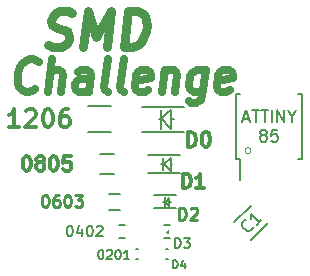
<source format=gto>
G04 #@! TF.FileFunction,Legend,Top*
%FSLAX46Y46*%
G04 Gerber Fmt 4.6, Leading zero omitted, Abs format (unit mm)*
G04 Created by KiCad (PCBNEW 4.0.7) date 01/16/18 07:36:33*
%MOMM*%
%LPD*%
G01*
G04 APERTURE LIST*
%ADD10C,0.100000*%
%ADD11C,0.150000*%
%ADD12C,0.650000*%
%ADD13C,0.750000*%
%ADD14C,0.200000*%
%ADD15C,0.250000*%
%ADD16C,0.300000*%
%ADD17C,0.175000*%
%ADD18C,0.312500*%
G04 APERTURE END LIST*
D10*
D11*
X202646643Y-103151214D02*
X202719215Y-103151214D01*
X202791786Y-103187500D01*
X202828072Y-103223786D01*
X202864358Y-103296357D01*
X202900643Y-103441500D01*
X202900643Y-103622929D01*
X202864358Y-103768071D01*
X202828072Y-103840643D01*
X202791786Y-103876929D01*
X202719215Y-103913214D01*
X202646643Y-103913214D01*
X202574072Y-103876929D01*
X202537786Y-103840643D01*
X202501501Y-103768071D01*
X202465215Y-103622929D01*
X202465215Y-103441500D01*
X202501501Y-103296357D01*
X202537786Y-103223786D01*
X202574072Y-103187500D01*
X202646643Y-103151214D01*
X203190929Y-103223786D02*
X203227215Y-103187500D01*
X203299786Y-103151214D01*
X203481215Y-103151214D01*
X203553786Y-103187500D01*
X203590072Y-103223786D01*
X203626357Y-103296357D01*
X203626357Y-103368929D01*
X203590072Y-103477786D01*
X203154643Y-103913214D01*
X203626357Y-103913214D01*
X204098071Y-103151214D02*
X204170643Y-103151214D01*
X204243214Y-103187500D01*
X204279500Y-103223786D01*
X204315786Y-103296357D01*
X204352071Y-103441500D01*
X204352071Y-103622929D01*
X204315786Y-103768071D01*
X204279500Y-103840643D01*
X204243214Y-103876929D01*
X204170643Y-103913214D01*
X204098071Y-103913214D01*
X204025500Y-103876929D01*
X203989214Y-103840643D01*
X203952929Y-103768071D01*
X203916643Y-103622929D01*
X203916643Y-103441500D01*
X203952929Y-103296357D01*
X203989214Y-103223786D01*
X204025500Y-103187500D01*
X204098071Y-103151214D01*
X205077785Y-103913214D02*
X204642357Y-103913214D01*
X204860071Y-103913214D02*
X204860071Y-103151214D01*
X204787500Y-103260071D01*
X204714928Y-103332643D01*
X204642357Y-103368929D01*
D12*
X197120131Y-89501143D02*
X196979952Y-89632095D01*
X196592155Y-89763048D01*
X196344536Y-89763048D01*
X195989476Y-89632095D01*
X195774595Y-89370190D01*
X195683524Y-89108286D01*
X195625191Y-88584476D01*
X195674298Y-88191619D01*
X195863584Y-87667810D01*
X196020131Y-87405905D01*
X196300488Y-87144000D01*
X196688286Y-87013048D01*
X196935905Y-87013048D01*
X197290964Y-87144000D01*
X197398405Y-87274952D01*
X198201679Y-89763048D02*
X198545429Y-87013048D01*
X199315964Y-89763048D02*
X199496024Y-88322571D01*
X199404953Y-88060667D01*
X199173703Y-87929714D01*
X198802274Y-87929714D01*
X198538286Y-88060667D01*
X198398108Y-88191619D01*
X201668345Y-89763048D02*
X201848405Y-88322571D01*
X201757334Y-88060667D01*
X201526084Y-87929714D01*
X201030846Y-87929714D01*
X200766858Y-88060667D01*
X201684714Y-89632095D02*
X201420726Y-89763048D01*
X200801679Y-89763048D01*
X200570429Y-89632095D01*
X200479357Y-89370190D01*
X200512095Y-89108286D01*
X200668643Y-88846381D01*
X200932631Y-88715429D01*
X201551678Y-88715429D01*
X201815667Y-88584476D01*
X203277869Y-89763048D02*
X203046619Y-89632095D01*
X202955548Y-89370190D01*
X203250191Y-87013048D01*
X204639774Y-89763048D02*
X204408524Y-89632095D01*
X204317453Y-89370190D01*
X204612096Y-87013048D01*
X206637096Y-89632095D02*
X206373108Y-89763048D01*
X205877870Y-89763048D01*
X205646620Y-89632095D01*
X205555548Y-89370190D01*
X205686501Y-88322571D01*
X205843049Y-88060667D01*
X206107037Y-87929714D01*
X206602275Y-87929714D01*
X206833525Y-88060667D01*
X206924596Y-88322571D01*
X206891858Y-88584476D01*
X205621024Y-88846381D01*
X208087989Y-87929714D02*
X207858822Y-89763048D01*
X208055251Y-88191619D02*
X208195429Y-88060667D01*
X208459417Y-87929714D01*
X208830846Y-87929714D01*
X209062096Y-88060667D01*
X209153167Y-88322571D01*
X208973107Y-89763048D01*
X211554655Y-87929714D02*
X211276381Y-90155905D01*
X211119834Y-90417810D01*
X210979655Y-90548762D01*
X210715667Y-90679714D01*
X210344239Y-90679714D01*
X210112989Y-90548762D01*
X211341857Y-89632095D02*
X211077869Y-89763048D01*
X210582631Y-89763048D01*
X210351381Y-89632095D01*
X210243941Y-89501143D01*
X210152869Y-89239238D01*
X210251084Y-88453524D01*
X210407632Y-88191619D01*
X210547810Y-88060667D01*
X210811798Y-87929714D01*
X211307036Y-87929714D01*
X211538286Y-88060667D01*
X213570429Y-89632095D02*
X213306441Y-89763048D01*
X212811203Y-89763048D01*
X212579953Y-89632095D01*
X212488881Y-89370190D01*
X212619834Y-88322571D01*
X212776382Y-88060667D01*
X213040370Y-87929714D01*
X213535608Y-87929714D01*
X213766858Y-88060667D01*
X213857929Y-88322571D01*
X213825191Y-88584476D01*
X212554357Y-88846381D01*
D13*
X198214786Y-85796286D02*
X198625500Y-85939143D01*
X199339786Y-85939143D01*
X199643357Y-85796286D01*
X199804071Y-85653429D01*
X199982643Y-85367714D01*
X200018357Y-85082000D01*
X199911214Y-84796286D01*
X199786214Y-84653429D01*
X199518358Y-84510571D01*
X198964786Y-84367714D01*
X198696929Y-84224857D01*
X198571929Y-84082000D01*
X198464786Y-83796286D01*
X198500501Y-83510571D01*
X198679072Y-83224857D01*
X198839786Y-83082000D01*
X199143357Y-82939143D01*
X199857643Y-82939143D01*
X200268357Y-83082000D01*
X201196929Y-85939143D02*
X201571929Y-82939143D01*
X202304072Y-85082000D01*
X203571929Y-82939143D01*
X203196929Y-85939143D01*
X204625500Y-85939143D02*
X205000500Y-82939143D01*
X205714785Y-82939143D01*
X206125500Y-83082000D01*
X206375500Y-83367714D01*
X206482642Y-83653429D01*
X206554071Y-84224857D01*
X206500499Y-84653429D01*
X206286214Y-85224857D01*
X206107643Y-85510571D01*
X205786214Y-85796286D01*
X205339785Y-85939143D01*
X204625500Y-85939143D01*
D14*
X199982666Y-101113167D02*
X200067333Y-101113167D01*
X200151999Y-101155500D01*
X200194333Y-101197833D01*
X200236666Y-101282500D01*
X200278999Y-101451833D01*
X200278999Y-101663500D01*
X200236666Y-101832833D01*
X200194333Y-101917500D01*
X200151999Y-101959833D01*
X200067333Y-102002167D01*
X199982666Y-102002167D01*
X199897999Y-101959833D01*
X199855666Y-101917500D01*
X199813333Y-101832833D01*
X199770999Y-101663500D01*
X199770999Y-101451833D01*
X199813333Y-101282500D01*
X199855666Y-101197833D01*
X199897999Y-101155500D01*
X199982666Y-101113167D01*
X201041000Y-101409500D02*
X201041000Y-102002167D01*
X200829333Y-101070833D02*
X200617666Y-101705833D01*
X201168000Y-101705833D01*
X201676000Y-101113167D02*
X201760667Y-101113167D01*
X201845333Y-101155500D01*
X201887667Y-101197833D01*
X201930000Y-101282500D01*
X201972333Y-101451833D01*
X201972333Y-101663500D01*
X201930000Y-101832833D01*
X201887667Y-101917500D01*
X201845333Y-101959833D01*
X201760667Y-102002167D01*
X201676000Y-102002167D01*
X201591333Y-101959833D01*
X201549000Y-101917500D01*
X201506667Y-101832833D01*
X201464333Y-101663500D01*
X201464333Y-101451833D01*
X201506667Y-101282500D01*
X201549000Y-101197833D01*
X201591333Y-101155500D01*
X201676000Y-101113167D01*
X202311000Y-101197833D02*
X202353334Y-101155500D01*
X202438000Y-101113167D01*
X202649667Y-101113167D01*
X202734334Y-101155500D01*
X202776667Y-101197833D01*
X202819000Y-101282500D01*
X202819000Y-101367167D01*
X202776667Y-101494167D01*
X202268667Y-102002167D01*
X202819000Y-102002167D01*
D15*
X197913809Y-98512381D02*
X198009048Y-98512381D01*
X198104286Y-98560000D01*
X198151905Y-98607619D01*
X198199524Y-98702857D01*
X198247143Y-98893333D01*
X198247143Y-99131429D01*
X198199524Y-99321905D01*
X198151905Y-99417143D01*
X198104286Y-99464762D01*
X198009048Y-99512381D01*
X197913809Y-99512381D01*
X197818571Y-99464762D01*
X197770952Y-99417143D01*
X197723333Y-99321905D01*
X197675714Y-99131429D01*
X197675714Y-98893333D01*
X197723333Y-98702857D01*
X197770952Y-98607619D01*
X197818571Y-98560000D01*
X197913809Y-98512381D01*
X199104286Y-98512381D02*
X198913809Y-98512381D01*
X198818571Y-98560000D01*
X198770952Y-98607619D01*
X198675714Y-98750476D01*
X198628095Y-98940952D01*
X198628095Y-99321905D01*
X198675714Y-99417143D01*
X198723333Y-99464762D01*
X198818571Y-99512381D01*
X199009048Y-99512381D01*
X199104286Y-99464762D01*
X199151905Y-99417143D01*
X199199524Y-99321905D01*
X199199524Y-99083810D01*
X199151905Y-98988571D01*
X199104286Y-98940952D01*
X199009048Y-98893333D01*
X198818571Y-98893333D01*
X198723333Y-98940952D01*
X198675714Y-98988571D01*
X198628095Y-99083810D01*
X199818571Y-98512381D02*
X199913810Y-98512381D01*
X200009048Y-98560000D01*
X200056667Y-98607619D01*
X200104286Y-98702857D01*
X200151905Y-98893333D01*
X200151905Y-99131429D01*
X200104286Y-99321905D01*
X200056667Y-99417143D01*
X200009048Y-99464762D01*
X199913810Y-99512381D01*
X199818571Y-99512381D01*
X199723333Y-99464762D01*
X199675714Y-99417143D01*
X199628095Y-99321905D01*
X199580476Y-99131429D01*
X199580476Y-98893333D01*
X199628095Y-98702857D01*
X199675714Y-98607619D01*
X199723333Y-98560000D01*
X199818571Y-98512381D01*
X200485238Y-98512381D02*
X201104286Y-98512381D01*
X200770952Y-98893333D01*
X200913810Y-98893333D01*
X201009048Y-98940952D01*
X201056667Y-98988571D01*
X201104286Y-99083810D01*
X201104286Y-99321905D01*
X201056667Y-99417143D01*
X201009048Y-99464762D01*
X200913810Y-99512381D01*
X200628095Y-99512381D01*
X200532857Y-99464762D01*
X200485238Y-99417143D01*
D16*
X196348572Y-95227857D02*
X196462857Y-95227857D01*
X196577143Y-95285000D01*
X196634286Y-95342143D01*
X196691429Y-95456429D01*
X196748572Y-95685000D01*
X196748572Y-95970714D01*
X196691429Y-96199286D01*
X196634286Y-96313571D01*
X196577143Y-96370714D01*
X196462857Y-96427857D01*
X196348572Y-96427857D01*
X196234286Y-96370714D01*
X196177143Y-96313571D01*
X196120000Y-96199286D01*
X196062857Y-95970714D01*
X196062857Y-95685000D01*
X196120000Y-95456429D01*
X196177143Y-95342143D01*
X196234286Y-95285000D01*
X196348572Y-95227857D01*
X197434286Y-95742143D02*
X197320000Y-95685000D01*
X197262857Y-95627857D01*
X197205714Y-95513571D01*
X197205714Y-95456429D01*
X197262857Y-95342143D01*
X197320000Y-95285000D01*
X197434286Y-95227857D01*
X197662857Y-95227857D01*
X197777143Y-95285000D01*
X197834286Y-95342143D01*
X197891429Y-95456429D01*
X197891429Y-95513571D01*
X197834286Y-95627857D01*
X197777143Y-95685000D01*
X197662857Y-95742143D01*
X197434286Y-95742143D01*
X197320000Y-95799286D01*
X197262857Y-95856429D01*
X197205714Y-95970714D01*
X197205714Y-96199286D01*
X197262857Y-96313571D01*
X197320000Y-96370714D01*
X197434286Y-96427857D01*
X197662857Y-96427857D01*
X197777143Y-96370714D01*
X197834286Y-96313571D01*
X197891429Y-96199286D01*
X197891429Y-95970714D01*
X197834286Y-95856429D01*
X197777143Y-95799286D01*
X197662857Y-95742143D01*
X198634286Y-95227857D02*
X198748571Y-95227857D01*
X198862857Y-95285000D01*
X198920000Y-95342143D01*
X198977143Y-95456429D01*
X199034286Y-95685000D01*
X199034286Y-95970714D01*
X198977143Y-96199286D01*
X198920000Y-96313571D01*
X198862857Y-96370714D01*
X198748571Y-96427857D01*
X198634286Y-96427857D01*
X198520000Y-96370714D01*
X198462857Y-96313571D01*
X198405714Y-96199286D01*
X198348571Y-95970714D01*
X198348571Y-95685000D01*
X198405714Y-95456429D01*
X198462857Y-95342143D01*
X198520000Y-95285000D01*
X198634286Y-95227857D01*
X200120000Y-95227857D02*
X199548571Y-95227857D01*
X199491428Y-95799286D01*
X199548571Y-95742143D01*
X199662857Y-95685000D01*
X199948571Y-95685000D01*
X200062857Y-95742143D01*
X200120000Y-95799286D01*
X200177143Y-95913571D01*
X200177143Y-96199286D01*
X200120000Y-96313571D01*
X200062857Y-96370714D01*
X199948571Y-96427857D01*
X199662857Y-96427857D01*
X199548571Y-96370714D01*
X199491428Y-96313571D01*
X195770715Y-92753571D02*
X194913572Y-92753571D01*
X195342144Y-92753571D02*
X195342144Y-91253571D01*
X195199287Y-91467857D01*
X195056429Y-91610714D01*
X194913572Y-91682143D01*
X196342143Y-91396429D02*
X196413572Y-91325000D01*
X196556429Y-91253571D01*
X196913572Y-91253571D01*
X197056429Y-91325000D01*
X197127858Y-91396429D01*
X197199286Y-91539286D01*
X197199286Y-91682143D01*
X197127858Y-91896429D01*
X196270715Y-92753571D01*
X197199286Y-92753571D01*
X198127857Y-91253571D02*
X198270714Y-91253571D01*
X198413571Y-91325000D01*
X198485000Y-91396429D01*
X198556429Y-91539286D01*
X198627857Y-91825000D01*
X198627857Y-92182143D01*
X198556429Y-92467857D01*
X198485000Y-92610714D01*
X198413571Y-92682143D01*
X198270714Y-92753571D01*
X198127857Y-92753571D01*
X197985000Y-92682143D01*
X197913571Y-92610714D01*
X197842143Y-92467857D01*
X197770714Y-92182143D01*
X197770714Y-91825000D01*
X197842143Y-91539286D01*
X197913571Y-91396429D01*
X197985000Y-91325000D01*
X198127857Y-91253571D01*
X199913571Y-91253571D02*
X199627857Y-91253571D01*
X199485000Y-91325000D01*
X199413571Y-91396429D01*
X199270714Y-91610714D01*
X199199285Y-91896429D01*
X199199285Y-92467857D01*
X199270714Y-92610714D01*
X199342142Y-92682143D01*
X199485000Y-92753571D01*
X199770714Y-92753571D01*
X199913571Y-92682143D01*
X199985000Y-92610714D01*
X200056428Y-92467857D01*
X200056428Y-92110714D01*
X199985000Y-91967857D01*
X199913571Y-91896429D01*
X199770714Y-91825000D01*
X199485000Y-91825000D01*
X199342142Y-91896429D01*
X199270714Y-91967857D01*
X199199285Y-92110714D01*
D11*
X214725524Y-92051667D02*
X215201715Y-92051667D01*
X214630286Y-92337381D02*
X214963619Y-91337381D01*
X215296953Y-92337381D01*
X215487429Y-91337381D02*
X216058858Y-91337381D01*
X215773143Y-92337381D02*
X215773143Y-91337381D01*
X216249334Y-91337381D02*
X216820763Y-91337381D01*
X216535048Y-92337381D02*
X216535048Y-91337381D01*
X217154096Y-92337381D02*
X217154096Y-91337381D01*
X217630286Y-92337381D02*
X217630286Y-91337381D01*
X218201715Y-92337381D01*
X218201715Y-91337381D01*
X218868381Y-91861190D02*
X218868381Y-92337381D01*
X218535048Y-91337381D02*
X218868381Y-91861190D01*
X219201715Y-91337381D01*
X216344571Y-93415952D02*
X216249333Y-93368333D01*
X216201714Y-93320714D01*
X216154095Y-93225476D01*
X216154095Y-93177857D01*
X216201714Y-93082619D01*
X216249333Y-93035000D01*
X216344571Y-92987381D01*
X216535048Y-92987381D01*
X216630286Y-93035000D01*
X216677905Y-93082619D01*
X216725524Y-93177857D01*
X216725524Y-93225476D01*
X216677905Y-93320714D01*
X216630286Y-93368333D01*
X216535048Y-93415952D01*
X216344571Y-93415952D01*
X216249333Y-93463571D01*
X216201714Y-93511190D01*
X216154095Y-93606429D01*
X216154095Y-93796905D01*
X216201714Y-93892143D01*
X216249333Y-93939762D01*
X216344571Y-93987381D01*
X216535048Y-93987381D01*
X216630286Y-93939762D01*
X216677905Y-93892143D01*
X216725524Y-93796905D01*
X216725524Y-93606429D01*
X216677905Y-93511190D01*
X216630286Y-93463571D01*
X216535048Y-93415952D01*
X217630286Y-92987381D02*
X217154095Y-92987381D01*
X217106476Y-93463571D01*
X217154095Y-93415952D01*
X217249333Y-93368333D01*
X217487429Y-93368333D01*
X217582667Y-93415952D01*
X217630286Y-93463571D01*
X217677905Y-93558810D01*
X217677905Y-93796905D01*
X217630286Y-93892143D01*
X217582667Y-93939762D01*
X217487429Y-93987381D01*
X217249333Y-93987381D01*
X217154095Y-93939762D01*
X217106476Y-93892143D01*
X208395000Y-103065000D02*
X208165000Y-103065000D01*
X208165000Y-103945000D02*
X208395000Y-103945000D01*
D10*
X208380000Y-101750000D02*
X208380000Y-101450000D01*
X208180000Y-101600000D02*
X208380000Y-101750000D01*
X208180000Y-101600000D02*
X208380000Y-101450000D01*
D11*
X208530000Y-101075000D02*
X208030000Y-101075000D01*
X208030000Y-102125000D02*
X208530000Y-102125000D01*
X215409678Y-102269891D02*
X216823891Y-100855678D01*
X215374322Y-99406109D02*
X213960109Y-100820322D01*
X207780000Y-92775000D02*
X207780000Y-92875000D01*
X207780000Y-91375000D02*
X207780000Y-91275000D01*
X208580000Y-92075000D02*
X208880000Y-92075000D01*
X208580000Y-92875000D02*
X208580000Y-91375000D01*
X208580000Y-91375000D02*
X208580000Y-91275000D01*
X208480000Y-92775000D02*
X208580000Y-92875000D01*
X208480000Y-91375000D02*
X208580000Y-91275000D01*
X207580000Y-92075000D02*
X207780000Y-92075000D01*
X207780000Y-92575000D02*
X207780000Y-92775000D01*
X207780000Y-91575000D02*
X207780000Y-91375000D01*
X207880000Y-92075000D02*
X208480000Y-92775000D01*
X208480000Y-91375000D02*
X207880000Y-91975000D01*
X206130000Y-93125000D02*
X209730000Y-93125000D01*
X206130000Y-91025000D02*
X209730000Y-91025000D01*
X207780000Y-91575000D02*
X207780000Y-92575000D01*
X208580000Y-95885000D02*
X208730000Y-95885000D01*
X207730000Y-95885000D02*
X208080000Y-95885000D01*
X208030000Y-95885000D02*
X208580000Y-95335000D01*
X208580000Y-95335000D02*
X208580000Y-96435000D01*
X208580000Y-96435000D02*
X208030000Y-95885000D01*
X207930000Y-95535000D02*
X207930000Y-95385000D01*
X207930000Y-96235000D02*
X207930000Y-96385000D01*
X206680000Y-96635000D02*
X209380000Y-96635000D01*
X206680000Y-95135000D02*
X209380000Y-95135000D01*
X207930000Y-95535000D02*
X207930000Y-96235000D01*
X208480000Y-99060000D02*
X208630000Y-99060000D01*
X207930000Y-99060000D02*
X208130000Y-99060000D01*
X208180000Y-99060000D02*
X208480000Y-98710000D01*
X208480000Y-98710000D02*
X208480000Y-99410000D01*
X208480000Y-99410000D02*
X208080000Y-99060000D01*
X208080000Y-99060000D02*
X208130000Y-99060000D01*
X208080000Y-98660000D02*
X208080000Y-99410000D01*
X207180000Y-99610000D02*
X209080000Y-99610000D01*
X207180000Y-98510000D02*
X209080000Y-98510000D01*
D10*
X215392000Y-94742000D02*
G75*
G03X215392000Y-94742000I-254000J0D01*
G01*
D11*
X214161000Y-95460000D02*
X214461000Y-95460000D01*
X214161000Y-89960000D02*
X214461000Y-89960000D01*
X219671000Y-89960000D02*
X219371000Y-89960000D01*
X219671000Y-95460000D02*
X219371000Y-95460000D01*
X214161000Y-95460000D02*
X214161000Y-89960000D01*
X219671000Y-95460000D02*
X219671000Y-89960000D01*
X214461000Y-95460000D02*
X214461000Y-97210000D01*
X201565000Y-91000000D02*
X203565000Y-91000000D01*
X203565000Y-93150000D02*
X201565000Y-93150000D01*
X202600000Y-95010000D02*
X203800000Y-95010000D01*
X203800000Y-96760000D02*
X202600000Y-96760000D01*
X203335000Y-98385000D02*
X204335000Y-98385000D01*
X204335000Y-99735000D02*
X203335000Y-99735000D01*
X204220000Y-102125000D02*
X204720000Y-102125000D01*
X204720000Y-101075000D02*
X204220000Y-101075000D01*
X205625000Y-103945000D02*
X205855000Y-103945000D01*
X205855000Y-103065000D02*
X205625000Y-103065000D01*
D17*
X208779334Y-104710667D02*
X208779334Y-104010667D01*
X208946000Y-104010667D01*
X209046000Y-104044000D01*
X209112667Y-104110667D01*
X209146000Y-104177333D01*
X209179334Y-104310667D01*
X209179334Y-104410667D01*
X209146000Y-104544000D01*
X209112667Y-104610667D01*
X209046000Y-104677333D01*
X208946000Y-104710667D01*
X208779334Y-104710667D01*
X209779334Y-104244000D02*
X209779334Y-104710667D01*
X209612667Y-103977333D02*
X209446000Y-104477333D01*
X209879334Y-104477333D01*
D14*
X208989524Y-102961905D02*
X208989524Y-102161905D01*
X209180000Y-102161905D01*
X209294286Y-102200000D01*
X209370477Y-102276190D01*
X209408572Y-102352381D01*
X209446667Y-102504762D01*
X209446667Y-102619048D01*
X209408572Y-102771429D01*
X209370477Y-102847619D01*
X209294286Y-102923810D01*
X209180000Y-102961905D01*
X208989524Y-102961905D01*
X209713334Y-102161905D02*
X210208572Y-102161905D01*
X209941905Y-102466667D01*
X210056191Y-102466667D01*
X210132381Y-102504762D01*
X210170477Y-102542857D01*
X210208572Y-102619048D01*
X210208572Y-102809524D01*
X210170477Y-102885714D01*
X210132381Y-102923810D01*
X210056191Y-102961905D01*
X209827619Y-102961905D01*
X209751429Y-102923810D01*
X209713334Y-102885714D01*
D11*
X215526688Y-101208389D02*
X215526688Y-101275732D01*
X215459344Y-101410419D01*
X215392001Y-101477763D01*
X215257313Y-101545107D01*
X215122626Y-101545107D01*
X215021611Y-101511435D01*
X214853253Y-101410420D01*
X214752237Y-101309404D01*
X214651222Y-101141045D01*
X214617550Y-101040030D01*
X214617550Y-100905343D01*
X214684894Y-100770656D01*
X214752237Y-100703312D01*
X214886924Y-100635969D01*
X214954268Y-100635969D01*
X216267466Y-100602297D02*
X215863405Y-101006359D01*
X216065435Y-100804328D02*
X215358328Y-100097222D01*
X215392000Y-100265580D01*
X215392000Y-100400267D01*
X215358328Y-100501282D01*
D18*
X210024381Y-94418476D02*
X210024381Y-93168476D01*
X210322000Y-93168476D01*
X210500572Y-93228000D01*
X210619619Y-93347048D01*
X210679143Y-93466095D01*
X210738667Y-93704190D01*
X210738667Y-93882762D01*
X210679143Y-94120857D01*
X210619619Y-94239905D01*
X210500572Y-94358952D01*
X210322000Y-94418476D01*
X210024381Y-94418476D01*
X211512476Y-93168476D02*
X211631524Y-93168476D01*
X211750572Y-93228000D01*
X211810095Y-93287524D01*
X211869619Y-93406571D01*
X211929143Y-93644667D01*
X211929143Y-93942286D01*
X211869619Y-94180381D01*
X211810095Y-94299429D01*
X211750572Y-94358952D01*
X211631524Y-94418476D01*
X211512476Y-94418476D01*
X211393429Y-94358952D01*
X211333905Y-94299429D01*
X211274381Y-94180381D01*
X211214857Y-93942286D01*
X211214857Y-93644667D01*
X211274381Y-93406571D01*
X211333905Y-93287524D01*
X211393429Y-93228000D01*
X211512476Y-93168476D01*
D16*
X209616786Y-97888357D02*
X209616786Y-96688357D01*
X209902501Y-96688357D01*
X210073929Y-96745500D01*
X210188215Y-96859786D01*
X210245358Y-96974071D01*
X210302501Y-97202643D01*
X210302501Y-97374071D01*
X210245358Y-97602643D01*
X210188215Y-97716929D01*
X210073929Y-97831214D01*
X209902501Y-97888357D01*
X209616786Y-97888357D01*
X211445358Y-97888357D02*
X210759643Y-97888357D01*
X211102501Y-97888357D02*
X211102501Y-96688357D01*
X210988215Y-96859786D01*
X210873929Y-96974071D01*
X210759643Y-97031214D01*
D15*
X209319905Y-100591881D02*
X209319905Y-99591881D01*
X209558000Y-99591881D01*
X209700858Y-99639500D01*
X209796096Y-99734738D01*
X209843715Y-99829976D01*
X209891334Y-100020452D01*
X209891334Y-100163310D01*
X209843715Y-100353786D01*
X209796096Y-100449024D01*
X209700858Y-100544262D01*
X209558000Y-100591881D01*
X209319905Y-100591881D01*
X210272286Y-99687119D02*
X210319905Y-99639500D01*
X210415143Y-99591881D01*
X210653239Y-99591881D01*
X210748477Y-99639500D01*
X210796096Y-99687119D01*
X210843715Y-99782357D01*
X210843715Y-99877595D01*
X210796096Y-100020452D01*
X210224667Y-100591881D01*
X210843715Y-100591881D01*
M02*

</source>
